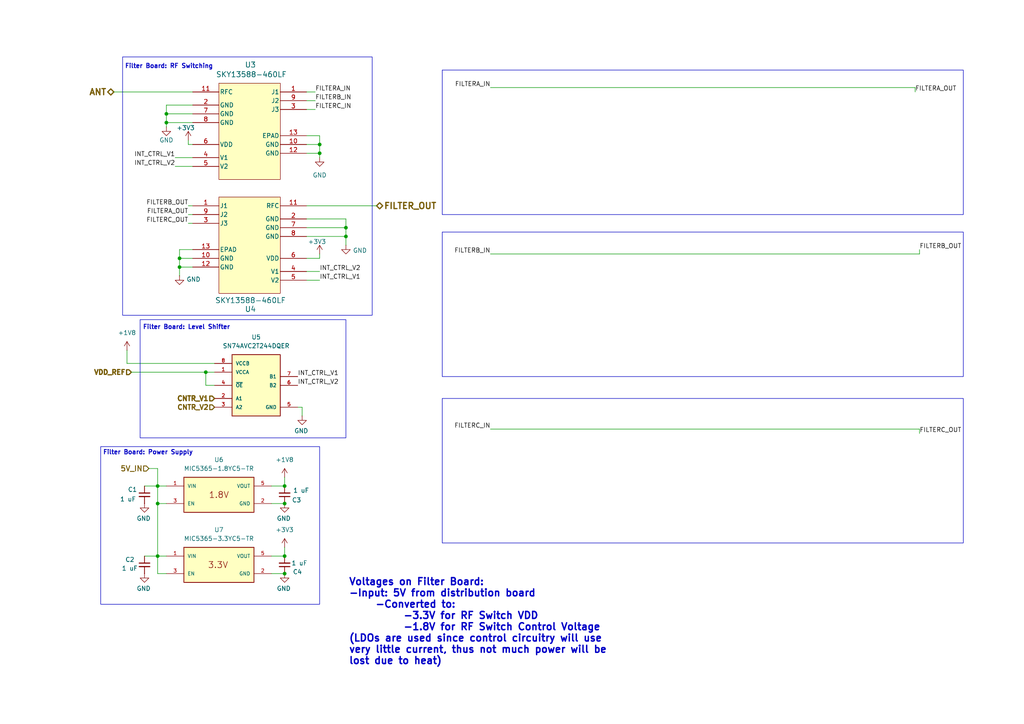
<source format=kicad_sch>
(kicad_sch (version 20231120) (generator "eeschema") (generator_version "8.0")
  (paper "A4")
  (title_block (title "Filter Section") (date "2025-02-27") (rev "Version 1.2"))
  (lib_symbols
    (symbol "Device:C_Small" (pin_numbers hide) (pin_names (offset 0.254) hide)
      (property "Reference" "C" (at 0.254 1.778 0))
      (property "Value" "C_Small" (at 0.254 -2.032 0))
      (symbol "C_Small_0_1"
        (polyline (pts (xy -1.524 -0.508) (xy 1.524 -0.508)) (stroke (width 0.3302)))
        (polyline (pts (xy -1.524 0.508) (xy 1.524 0.508)) (stroke (width 0.3048)))
      )
      (symbol "C_Small_1_1"
        (pin passive line (at 0 2.54 270) (length 2.032) (name "~") (number "1"))
        (pin passive line (at 0 -2.54 90) (length 2.032) (name "~") (number "2"))
      )
    )
    (symbol "Radio Telescope:MIC5365-1.8YC5-TR" (pin_names (offset 1.016))
      (property "Reference" "U" (at -10.16 6.35 0))
      (property "Value" "MIC5365-1.8YC5-TR" (at -10.414 -6.35 0))
      (symbol "MIC5365-1.8YC5-TR_0_0"
        (rectangle (start -10.16 5.08) (end 10.16 -5.08) (stroke (width 0.254)) (fill (type background)))
        (pin input line (at -15.24 2.54 0) (length 5.08) (name "VIN") (number "1"))
        (pin power_in line (at 15.24 -2.54 180) (length 5.08) (name "GND") (number "2"))
        (pin input line (at -15.24 -2.54 0) (length 5.08) (name "EN") (number "3"))
        (pin output line (at 15.24 2.54 180) (length 5.08) (name "VOUT") (number "5"))
      )
      (symbol "MIC5365-1.8YC5-TR_1_1"
        (text "1.8V" (at 0 0 0) (effects (font (size 1.778 1.778))))
      )
    )
    (symbol "Radio Telescope:MIC5365-3.3YC5-TR" (pin_names (offset 1.016))
      (property "Reference" "U" (at -10.16 6.35 0))
      (property "Value" "MIC5365-3.3YC5-TR" (at -10.414 -6.858 0))
      (symbol "MIC5365-3.3YC5-TR_0_0"
        (rectangle (start -10.16 5.08) (end 10.16 -5.08) (stroke (width 0.254)) (fill (type background)))
        (pin input line (at -15.24 2.54 0) (length 5.08) (name "VIN") (number "1"))
        (pin power_in line (at 15.24 -2.54 180) (length 5.08) (name "GND") (number "2"))
        (pin input line (at -15.24 -2.54 0) (length 5.08) (name "EN") (number "3"))
        (pin output line (at 15.24 2.54 180) (length 5.08) (name "VOUT") (number "5"))
      )
      (symbol "MIC5365-3.3YC5-TR_1_1"
        (text "3.3V" (at -0.254 0 0) (effects (font (size 1.778 1.778))))
      )
    )
    (symbol "Radio Telescope:SKY13588-460LF" (pin_names (offset 0.254))
      (property "Reference" "U" (at 16.764 9.906 0))
      (property "Value" "SKY13588-460LF" (at 16.764 7.366 0))
      (symbol "SKY13588-460LF_0_1"
        (pin power_out line (at 33.02 -12.7 180) (length 7.62) (name "GND") (number "10"))
        (pin power_out line (at 33.02 -15.24 180) (length 7.62) (name "GND") (number "12"))
        (pin power_out line (at 33.02 -10.16 180) (length 7.62) (name "EPAD") (number "13"))
        (pin power_out line (at 0 -1.27 0) (length 7.62) (name "GND") (number "2"))
        (pin bidirectional line (at 33.02 -2.54 180) (length 7.62) (name "J3") (number "3"))
        (pin bidirectional line (at 0 -16.51 0) (length 7.62) (name "V1") (number "4"))
        (pin bidirectional line (at 0 -19.05 0) (length 7.62) (name "V2") (number "5"))
        (pin power_in line (at 0 -12.7 0) (length 7.62) (name "VDD") (number "6"))
        (pin power_out line (at 0 -3.81 0) (length 7.62) (name "GND") (number "7"))
        (pin power_out line (at 0 -6.35 0) (length 7.62) (name "GND") (number "8"))
        (pin bidirectional line (at 33.02 0 180) (length 7.62) (name "J2") (number "9"))
      )
      (symbol "SKY13588-460LF_1_1"
        (rectangle (start 7.62 5.08) (end 25.4 -22.86) (fill (type background)))
        (pin bidirectional line (at 33.02 2.54 180) (length 7.62) (name "J1") (number "1"))
        (pin bidirectional line (at 0 2.54 0) (length 7.62) (name "RFC") (number "11"))
      )
    )
    (symbol "Radio Telescope:SN74AVC2T244DQER" (pin_names (offset 1.016))
      (property "Reference" "U" (at -12.7 13.7 0))
      (property "Value" "SN74AVC2T244DQER" (at -15.748 -8.382 0))
      (symbol "SN74AVC2T244DQER_0_0"
        (rectangle (start -12.7 12.7) (end 1.27 -5.08) (stroke (width 0.254)) (fill (type background)))
        (pin power_in line (at -17.78 7.62 0) (length 5.08) (name "VCCA") (number "1"))
        (pin input line (at -17.78 0 0) (length 5.08) (name "A1") (number "2"))
        (pin input line (at -17.78 -2.54 0) (length 5.08) (name "A2") (number "3"))
        (pin input line (at -17.78 3.81 0) (length 5.08) (name "~{OE}") (number "4"))
        (pin power_in line (at 6.35 -2.54 180) (length 5.08) (name "GND") (number "5"))
        (pin output line (at 6.35 3.81 180) (length 5.08) (name "B2") (number "6"))
        (pin output line (at 6.35 6.35 180) (length 5.08) (name "B1") (number "7"))
        (pin power_in line (at -17.78 10.16 0) (length 5.08) (name "VCCB") (number "8"))
      )
    )
    (symbol "power:+1V8" (power) (pin_numbers hide) (pin_names (offset 0) hide)
      (property "Value" "+1V8" (at 0 3.556 0))
      (symbol "+1V8_0_1"
        (polyline (pts (xy -0.762 1.27) (xy 0 2.54)))
        (polyline (pts (xy 0 0) (xy 0 2.54)))
        (polyline (pts (xy 0 2.54) (xy 0.762 1.27)))
      )
      (symbol "+1V8_1_1"
        (pin power_in line (at 0 0 90) (length 0) (name "~") (number "1"))
      )
    )
    (symbol "power:+3V3" (power) (pin_numbers hide) (pin_names (offset 0) hide)
      (property "Value" "+3V3" (at 0 3.556 0))
      (symbol "+3V3_0_1"
        (polyline (pts (xy -0.762 1.27) (xy 0 2.54)))
        (polyline (pts (xy 0 0) (xy 0 2.54)))
        (polyline (pts (xy 0 2.54) (xy 0.762 1.27)))
      )
      (symbol "+3V3_1_1"
        (pin power_in line (at 0 0 90) (length 0) (name "~") (number "1"))
      )
    )
    (symbol "power:GND" (power) (pin_numbers hide) (pin_names (offset 0) hide)
      (property "Value" "GND" (at 0 -3.81 0))
      (symbol "GND_0_1"
        (polyline (pts (xy 0 0) (xy 0 -1.27) (xy 1.27 -1.27) (xy 0 -2.54) (xy -1.27 -1.27) (xy 0 -1.27)))
      )
      (symbol "GND_1_1"
        (pin power_in line (at 0 0 270) (length 0) (name "~") (number "1"))
      )
    )
  )
  (junction (at 100.33 66.04))
  (junction (at 52.07 74.93))
  (junction (at 82.55 140.97))
  (junction (at 48.26 35.56))
  (junction (at 45.72 146.05))
  (junction (at 82.55 146.05))
  (junction (at 82.55 161.29))
  (junction (at 92.71 44.45))
  (junction (at 92.71 41.91))
  (junction (at 45.72 161.29))
  (junction (at 59.69 107.95))
  (junction (at 52.07 77.47))
  (junction (at 48.26 33.02))
  (junction (at 82.55 166.37))
  (junction (at 100.33 68.58))
  (junction (at 45.72 140.97))
  (wire (pts (xy 100.33 66.04) (xy 100.33 63.5)))
  (wire (pts (xy 88.9 41.91) (xy 92.71 41.91)))
  (wire (pts (xy 78.74 140.97) (xy 82.55 140.97)))
  (wire (pts (xy 45.72 146.05) (xy 48.26 146.05)))
  (wire (pts (xy 92.71 74.93) (xy 92.71 73.66)))
  (wire (pts (xy 87.63 118.11) (xy 87.63 120.65)))
  (wire (pts (xy 82.55 138.43) (xy 82.55 140.97)))
  (wire (pts (xy 59.69 107.95) (xy 59.69 111.76)))
  (wire (pts (xy 88.9 78.74) (xy 92.71 78.74)))
  (wire (pts (xy 55.88 77.47) (xy 52.07 77.47)))
  (wire (pts (xy 91.44 26.67) (xy 88.9 26.67)))
  (wire (pts (xy 48.26 36.83) (xy 48.26 35.56)))
  (wire (pts (xy 48.26 35.56) (xy 55.88 35.56)))
  (wire (pts (xy 45.72 161.29) (xy 45.72 166.37)))
  (wire (pts (xy 142.24 73.66) (xy 266.7 73.66)))
  (wire (pts (xy 45.72 140.97) (xy 45.72 146.05)))
  (wire (pts (xy 266.7 73.66) (xy 266.7 72.39)))
  (wire (pts (xy 142.24 124.46) (xy 266.7 124.46)))
  (wire (pts (xy 265.43 25.4) (xy 265.43 26.67)))
  (wire (pts (xy 82.55 158.75) (xy 82.55 161.29)))
  (wire (pts (xy 91.44 31.75) (xy 88.9 31.75)))
  (wire (pts (xy 41.91 161.29) (xy 45.72 161.29)))
  (wire (pts (xy 266.7 124.46) (xy 266.7 125.73)))
  (wire (pts (xy 38.1 107.95) (xy 59.69 107.95)))
  (wire (pts (xy 91.44 29.21) (xy 88.9 29.21)))
  (wire (pts (xy 109.22 59.69) (xy 88.9 59.69)))
  (wire (pts (xy 41.91 140.97) (xy 45.72 140.97)))
  (wire (pts (xy 142.24 25.4) (xy 265.43 25.4)))
  (wire (pts (xy 54.61 40.64) (xy 54.61 41.91)))
  (wire (pts (xy 92.71 44.45) (xy 92.71 45.72)))
  (wire (pts (xy 48.26 33.02) (xy 55.88 33.02)))
  (wire (pts (xy 88.9 44.45) (xy 92.71 44.45)))
  (wire (pts (xy 55.88 72.39) (xy 52.07 72.39)))
  (wire (pts (xy 52.07 74.93) (xy 55.88 74.93)))
  (wire (pts (xy 45.72 135.89) (xy 45.72 140.97)))
  (wire (pts (xy 88.9 39.37) (xy 92.71 39.37)))
  (wire (pts (xy 45.72 161.29) (xy 48.26 161.29)))
  (wire (pts (xy 88.9 74.93) (xy 92.71 74.93)))
  (wire (pts (xy 52.07 74.93) (xy 52.07 72.39)))
  (wire (pts (xy 52.07 80.01) (xy 52.07 77.47)))
  (wire (pts (xy 55.88 30.48) (xy 48.26 30.48)))
  (wire (pts (xy 88.9 81.28) (xy 92.71 81.28)))
  (wire (pts (xy 92.71 39.37) (xy 92.71 41.91)))
  (wire (pts (xy 100.33 68.58) (xy 100.33 66.04)))
  (wire (pts (xy 59.69 111.76) (xy 62.23 111.76)))
  (wire (pts (xy 52.07 77.47) (xy 52.07 74.93)))
  (wire (pts (xy 54.61 62.23) (xy 55.88 62.23)))
  (wire (pts (xy 92.71 41.91) (xy 92.71 44.45)))
  (wire (pts (xy 54.61 59.69) (xy 55.88 59.69)))
  (wire (pts (xy 45.72 166.37) (xy 48.26 166.37)))
  (wire (pts (xy 45.72 146.05) (xy 45.72 161.29)))
  (wire (pts (xy 50.8 48.26) (xy 55.88 48.26)))
  (wire (pts (xy 33.02 26.67) (xy 55.88 26.67)))
  (wire (pts (xy 62.23 105.41) (xy 36.83 105.41)))
  (wire (pts (xy 54.61 41.91) (xy 55.88 41.91)))
  (wire (pts (xy 36.83 101.6) (xy 36.83 105.41)))
  (wire (pts (xy 78.74 146.05) (xy 82.55 146.05)))
  (wire (pts (xy 43.18 135.89) (xy 45.72 135.89)))
  (wire (pts (xy 59.69 107.95) (xy 62.23 107.95)))
  (wire (pts (xy 48.26 30.48) (xy 48.26 33.02)))
  (wire (pts (xy 45.72 140.97) (xy 48.26 140.97)))
  (wire (pts (xy 50.8 45.72) (xy 55.88 45.72)))
  (wire (pts (xy 100.33 71.12) (xy 100.33 68.58)))
  (wire (pts (xy 54.61 64.77) (xy 55.88 64.77)))
  (wire (pts (xy 78.74 166.37) (xy 82.55 166.37)))
  (wire (pts (xy 86.36 118.11) (xy 87.63 118.11)))
  (wire (pts (xy 48.26 33.02) (xy 48.26 35.56)))
  (wire (pts (xy 88.9 66.04) (xy 100.33 66.04)))
  (wire (pts (xy 88.9 63.5) (xy 100.33 63.5)))
  (wire (pts (xy 88.9 68.58) (xy 100.33 68.58)))
  (wire (pts (xy 78.74 161.29) (xy 82.55 161.29)))
  (rectangle (start 35.56 16.51) (end 107.95 91.44))
  (rectangle (start 29.21 129.54) (end 92.71 175.26))
  (rectangle (start 128.27 115.57) (end 279.4 157.48))
  (rectangle (start 128.27 20.32) (end 279.4 62.23))
  (rectangle (start 40.64 92.71) (end 100.33 127))
  (rectangle (start 128.27 67.31) (end 279.4 109.22))
  (text "Filter Board: Power Supply" (at 42.926 131.318 0) (effects (font (size 1.27 1.27) (thickness 0.254) (bold yes))))
  (text "Filter Board: RF Switching" (at 49.022 19.304 0) (effects (font (size 1.27 1.27) (thickness 0.254) (bold yes))))
  (text "Filter Board: Level Shifter" (at 54.102 94.996 0) (effects (font (size 1.27 1.27) (thickness 0.254) (bold yes))))
  (text "Voltages on Filter Board:\n-Input: 5V from distribution board\n	-Converted to:\n		-3.3V for RF Switch VDD\n		-1.8V for RF Switch Control Voltage\n(LDOs are used since control circuitry will use \nvery little current, thus not much power will be \nlost due to heat)" (at 101.092 180.34 0) (effects (font (size 2.032 2.032) (thickness 0.4064) (bold yes)) (justify left)))
  (label "INT_CTRL_V2" (at 86.36 111.76 0))
  (label "INT_CTRL_V1" (at 86.36 109.22 0))
  (label "FILTERB_OUT" (at 266.7 72.39 0))
  (label "FILTERB_OUT" (at 54.61 59.69 180))
  (label "FILTERA_IN" (at 142.24 25.4 180))
  (label "FILTERA_IN" (at 91.44 26.67 0))
  (label "INT_CTRL_V1" (at 92.71 81.28 0))
  (label "INT_CTRL_V2" (at 50.8 48.26 180))
  (label "INT_CTRL_V1" (at 50.8 45.72 180))
  (label "FILTERC_OUT" (at 266.7 125.73 0))
  (label "FILTERB_IN" (at 142.24 73.66 180))
  (label "FILTERA_OUT" (at 54.61 62.23 180))
  (label "FILTERC_IN" (at 142.24 124.46 180))
  (label "FILTERA_OUT" (at 265.43 26.67 0))
  (label "INT_CTRL_V2" (at 92.71 78.74 0))
  (label "FILTERC_IN" (at 91.44 31.75 0))
  (label "FILTERB_IN" (at 91.44 29.21 0))
  (label "FILTERC_OUT" (at 54.61 64.77 180))
  (hierarchical_label "CNTR_V2" (shape input) (at 62.23 118.11 180) (effects (font (size 1.397 1.397) (thickness 0.3048) (bold yes))))
  (hierarchical_label "CNTR_V1" (shape input) (at 62.23 115.57 180) (effects (font (size 1.397 1.397) (thickness 0.3556) (bold yes))))
  (hierarchical_label "FILTER_OUT" (shape bidirectional) (at 109.22 59.69 0) (effects (font (size 1.778 1.778) (thickness 0.3556) (bold yes))))
  (hierarchical_label "5V_IN" (shape input) (at 43.18 135.89 180) (effects (font (size 1.524 1.524) (thickness 0.254) (bold yes))))
  (hierarchical_label "ANT" (shape bidirectional) (at 33.02 26.67 180) (effects (font (size 1.778 1.778) (thickness 0.3556) (bold yes))))
  (hierarchical_label "VDD_REF" (shape input) (at 38.1 107.95 180) (effects (font (size 1.397 1.397) (thickness 0.3556) (bold yes))))
  (symbol (lib_id "power:GND") (at 82.55 146.05 0) (unit 1)
    (property "Reference" "#PWR020" (effects (hide yes)))
    (property "Value" "GND" (at 82.296 150.368 0))
    (property "Description" "Power symbol creates a global label with name \"GND\" , ground" (effects (hide yes)))
  )
  (symbol (lib_id "power:GND") (at 41.91 166.37 0) (unit 1)
    (property "Reference" "#PWR019" (effects (hide yes)))
    (property "Value" "GND" (at 41.656 170.688 0))
    (property "Description" "Power symbol creates a global label with name \"GND\" , ground" (effects (hide yes)))
  )
  (symbol (lib_id "Device:C_Small") (at 41.91 163.83 0) (unit 1)
    (property "Reference" "C2" (at 36.322 162.306 0) (effects (justify left)))
    (property "Value" "1 uF" (at 35.306 164.846 0) (effects (justify left)))
    (property "Description" "Unpolarized capacitor, small symbol" (effects (hide yes)))
  )
  (symbol (lib_id "power:+1V8") (at 36.83 101.6 0) (unit 1)
    (property "Reference" "#PWR024" (effects (hide yes)))
    (property "Value" "+1V8" (at 36.83 96.52 0))
    (property "Description" "Power symbol creates a global label with name \"+1V8\"" (effects (hide yes)))
  )
  (symbol (lib_id "power:GND") (at 100.33 71.12 0) (mirror y) (unit 1)
    (property "Reference" "#PWR016" (effects (hide yes)))
    (property "Value" "GND" (at 104.394 72.644 0))
    (property "Description" "Power symbol creates a global label with name \"GND\" , ground" (effects (hide yes)))
  )
  (symbol (lib_id "Radio Telescope:SKY13588-460LF") (at 55.88 29.21 0) (unit 1)
    (property "Reference" "U3" (at 72.644 18.796 0) (effects (font (size 1.524 1.524))))
    (property "Value" "SKY13588-460LF" (at 72.898 21.59 0) (effects (font (size 1.524 1.524))))
    (property "Footprint" "Library:QFN12_SKY" (effects (hide yes)))
    (property "Datasheet" "SKY13588-460LF" (effects (hide yes)))
  )
  (symbol (lib_id "Radio Telescope:MIC5365-3.3YC5-TR") (at 63.5 163.83 0) (unit 1)
    (property "Reference" "U7" (at 63.5 153.67 0))
    (property "Value" "MIC5365-3.3YC5-TR" (at 63.5 156.21 0))
    (property "Footprint" "MIC5365-3.3YC5-TR:SOT65P210X110-5N" (effects (hide yes)))
    (property "PARTREV" "3.1 - July 16, 2013" (effects (hide yes)))
    (property "STANDARD" "IPC 7351B" (effects (hide yes)))
    (property "MAXIMUM_PACKAGE_HEIGHT" "1.10mm" (effects (hide yes)))
    (property "MANUFACTURER" "Micrel" (effects (hide yes)))
  )
  (symbol (lib_id "Radio Telescope:SKY13588-460LF") (at 88.9 62.23 0) (mirror y) (unit 1)
    (property "Reference" "U4" (at 72.644 89.662 0) (effects (font (size 1.524 1.524))))
    (property "Value" "SKY13588-460LF" (at 72.644 87.122 0) (effects (font (size 1.524 1.524))))
    (property "Footprint" "Library:QFN12_SKY" (effects (hide yes)))
    (property "Datasheet" "SKY13588-460LF" (effects (hide yes)))
  )
  (symbol (lib_id "Device:C_Small") (at 82.55 143.51 180) (unit 1)
    (property "Reference" "C3" (at 87.376 145.034 0) (effects (justify left)))
    (property "Value" "1 uF" (at 89.662 142.24 0) (effects (justify left)))
    (property "Description" "Unpolarized capacitor, small symbol" (effects (hide yes)))
  )
  (symbol (lib_id "power:GND") (at 41.91 146.05 0) (unit 1)
    (property "Reference" "#PWR017" (effects (hide yes)))
    (property "Value" "GND" (at 41.656 150.368 0))
    (property "Description" "Power symbol creates a global label with name \"GND\" , ground" (effects (hide yes)))
  )
  (symbol (lib_id "power:GND") (at 92.71 45.72 0) (unit 1)
    (property "Reference" "#PWR014" (effects (hide yes)))
    (property "Value" "GND" (at 92.71 50.8 0))
    (property "Description" "Power symbol creates a global label with name \"GND\" , ground" (effects (hide yes)))
  )
  (symbol (lib_id "Device:C_Small") (at 41.91 143.51 0) (unit 1)
    (property "Reference" "C1" (at 37.084 141.986 0) (effects (justify left)))
    (property "Value" "1 uF" (at 34.798 144.78 0) (effects (justify left)))
    (property "Description" "Unpolarized capacitor, small symbol" (effects (hide yes)))
  )
  (symbol (lib_id "Radio Telescope:SN74AVC2T244DQER") (at 80.01 115.57 0) (unit 1)
    (property "Reference" "U5" (at 74.295 97.79 0))
    (property "Value" "SN74AVC2T244DQER" (at 74.295 100.33 0))
    (property "Footprint" "SN74AVC2T244DQER:SON35P140X100X40-8N" (effects (hide yes)))
    (property "PARTREV" "SEPTEMBER 2011" (effects (hide yes)))
    (property "STANDARD" "IPC 7351B" (effects (hide yes)))
    (property "MAXIMUM_PACKAGE_HEIGHT" "0.40 mm" (effects (hide yes)))
    (property "MANUFACTURER" "Texas Instruments" (effects (hide yes)))
  )
  (symbol (lib_id "power:GND") (at 48.26 36.83 0) (unit 1)
    (property "Reference" "#PWR013" (effects (hide yes)))
    (property "Value" "GND" (at 48.26 40.64 0))
    (property "Description" "Power symbol creates a global label with name \"GND\" , ground" (effects (hide yes)))
  )
  (symbol (lib_id "Radio Telescope:MIC5365-1.8YC5-TR") (at 63.5 143.51 0) (unit 1)
    (property "Reference" "U6" (at 63.5 133.35 0))
    (property "Value" "MIC5365-1.8YC5-TR" (at 63.5 135.89 0))
    (property "Footprint" "MIC5365-1.8YC5-TR:SOT65P210X110-5N" (effects (hide yes)))
    (property "PARTREV" "3.1 - July 16, 2013" (effects (hide yes)))
    (property "STANDARD" "IPC 7351B" (effects (hide yes)))
    (property "MAXIMUM_PACKAGE_HEIGHT" "1.10mm" (effects (hide yes)))
    (property "MANUFACTURER" "Micrel" (effects (hide yes)))
  )
  (symbol (lib_id "power:+3V3") (at 54.61 40.64 0) (unit 1)
    (property "Reference" "#PWR025" (effects (hide yes)))
    (property "Value" "+3V3" (at 53.848 37.084 0))
    (property "Description" "Power symbol creates a global label with name \"+3V3\"" (effects (hide yes)))
  )
  (symbol (lib_id "Device:C_Small") (at 82.55 163.83 180) (unit 1)
    (property "Reference" "C4" (at 87.63 165.862 0) (effects (justify left)))
    (property "Value" "1 uF" (at 89.154 163.322 0) (effects (justify left)))
    (property "Description" "Unpolarized capacitor, small symbol" (effects (hide yes)))
  )
  (symbol (lib_id "power:GND") (at 87.63 120.65 0) (unit 1)
    (property "Reference" "#PWR07" (effects (hide yes)))
    (property "Value" "GND" (at 87.376 124.968 0))
    (property "Description" "Power symbol creates a global label with name \"GND\" , ground" (effects (hide yes)))
  )
  (symbol (lib_id "power:+3V3") (at 92.71 73.66 0) (unit 1)
    (property "Reference" "#PWR026" (effects (hide yes)))
    (property "Value" "+3V3" (at 91.948 70.104 0))
    (property "Description" "Power symbol creates a global label with name \"+3V3\"" (effects (hide yes)))
  )
  (symbol (lib_id "power:GND") (at 82.55 166.37 0) (unit 1)
    (property "Reference" "#PWR021" (effects (hide yes)))
    (property "Value" "GND" (at 82.296 170.688 0))
    (property "Description" "Power symbol creates a global label with name \"GND\" , ground" (effects (hide yes)))
  )
  (symbol (lib_id "power:+3V3") (at 82.55 158.75 0) (unit 1)
    (property "Reference" "#PWR023" (effects (hide yes)))
    (property "Value" "+3V3" (at 82.55 153.67 0))
    (property "Description" "Power symbol creates a global label with name \"+3V3\"" (effects (hide yes)))
  )
  (symbol (lib_id "power:+1V8") (at 82.55 138.43 0) (unit 1)
    (property "Reference" "#PWR022" (effects (hide yes)))
    (property "Value" "+1V8" (at 82.55 133.35 0))
    (property "Description" "Power symbol creates a global label with name \"+1V8\"" (effects (hide yes)))
  )
  (symbol (lib_id "power:GND") (at 52.07 80.01 0) (mirror y) (unit 1)
    (property "Reference" "#PWR015" (effects (hide yes)))
    (property "Value" "GND" (at 56.134 81.026 0))
    (property "Description" "Power symbol creates a global label with name \"GND\" , ground" (effects (hide yes)))
  )
)
</source>
